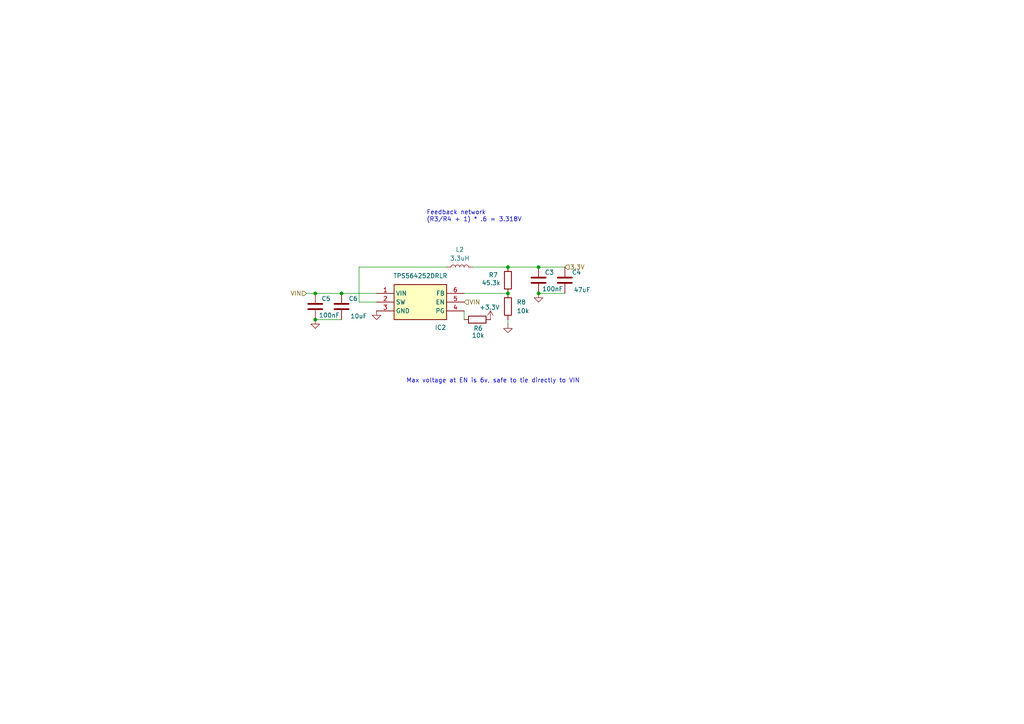
<source format=kicad_sch>
(kicad_sch (version 20250114) (generator "eeschema") (generator_version "9.0")
  (paper "A4")
  (lib_symbols
    (symbol "Device:C" (pin_numbers (hide yes)) (pin_names (offset 0.254))
      (property "Reference" "C" (at 0.635 2.54 0))
      (property "Value" "C" (at 0.635 -2.54 0))
      (symbol "C_0_1"
        (polyline (pts (xy -2.032 0.762) (xy 2.032 0.762)) (stroke (width 0.508)))
        (polyline (pts (xy -2.032 -0.762) (xy 2.032 -0.762)) (stroke (width 0.508)))
      )
      (symbol "C_1_1"
        (pin passive line (at 0 3.81 270) (length 2.794) (name "~") (number "1"))
        (pin passive line (at 0 -3.81 90) (length 2.794) (name "~") (number "2"))
      )
    )
    (symbol "Device:L" (pin_numbers (hide yes)) (pin_names (offset 1.016) (hide yes))
      (property "Reference" "L" (at -1.27 0 90))
      (property "Value" "L" (at 1.905 0 90))
      (symbol "L_0_1"
        (arc (start 0 2.54) (mid 0.6323 1.905) (end 0 1.27))
        (arc (start 0 1.27) (mid 0.6323 0.635) (end 0 0))
        (arc (start 0 0) (mid 0.6323 -0.635) (end 0 -1.27))
        (arc (start 0 -1.27) (mid 0.6323 -1.905) (end 0 -2.54))
      )
      (symbol "L_1_1"
        (pin passive line (at 0 3.81 270) (length 1.27) (name "1") (number "1"))
        (pin passive line (at 0 -3.81 90) (length 1.27) (name "2") (number "2"))
      )
    )
    (symbol "Device:R" (pin_numbers (hide yes)) (pin_names (offset 0))
      (property "Reference" "R" (at 2.032 0 90))
      (property "Value" "R" (at 0 0 90))
      (symbol "R_0_1"
        (rectangle (start -1.016 -2.54) (end 1.016 2.54) (stroke (width 0.254)))
      )
      (symbol "R_1_1"
        (pin passive line (at 0 3.81 270) (length 1.27) (name "~") (number "1"))
        (pin passive line (at 0 -3.81 90) (length 1.27) (name "~") (number "2"))
      )
    )
    (symbol "TPS564252DRLR:TPS564252DRLR"
      (property "Reference" "IC" (at 21.59 7.62 0))
      (property "Value" "TPS564252DRLR" (at 21.59 5.08 0))
      (symbol "TPS564252DRLR_1_1"
        (rectangle (start 5.08 2.54) (end 20.32 -7.62) (stroke (width 0.254)) (fill (type background)))
        (pin passive line (at 0 0 0) (length 5.08) (name "VIN") (number "1"))
        (pin passive line (at 0 -2.54 0) (length 5.08) (name "SW") (number "2"))
        (pin passive line (at 0 -5.08 0) (length 5.08) (name "GND") (number "3"))
        (pin passive line (at 25.4 0 180) (length 5.08) (name "FB") (number "6"))
        (pin passive line (at 25.4 -2.54 180) (length 5.08) (name "EN") (number "5"))
        (pin passive line (at 25.4 -5.08 180) (length 5.08) (name "PG") (number "4"))
      )
    )
    (symbol "power:+3.3V" (power) (pin_numbers (hide yes)) (pin_names (offset 0) (hide yes))
      (property "Value" "+3.3V" (at 0 3.556 0))
      (symbol "+3.3V_0_1"
        (polyline (pts (xy -0.762 1.27) (xy 0 2.54)))
        (polyline (pts (xy 0 2.54) (xy 0.762 1.27)))
        (polyline (pts (xy 0 0) (xy 0 2.54)))
      )
      (symbol "+3.3V_1_1"
        (pin power_in line (at 0 0 90) (length 0) (name "~") (number "1"))
      )
    )
    (symbol "power:GND" (power) (pin_numbers (hide yes)) (pin_names (offset 0) (hide yes))
      (property "Value" "GND" (at 0 -3.81 0))
      (symbol "GND_0_1"
        (polyline (pts (xy 0 0) (xy 0 -1.27) (xy 1.27 -1.27) (xy 0 -2.54) (xy -1.27 -1.27) (xy 0 -1.27)))
      )
      (symbol "GND_1_1"
        (pin power_in line (at 0 0 270) (length 0) (name "~") (number "1"))
      )
    )
  )
  (text "Feedback network \n(R3/R4 + 1) * .6 = 3.318V " (at 123.698 62.738 0) (effects (font (size 1.27 1.27)) (justify left)))
  (text "Max voltage at EN is 6v, safe to tie directly to VIN\n" (at 143.002 110.49 0) (effects (font (size 1.27 1.27))))
  (junction (at 156.21 85.09))
  (junction (at 91.44 92.71))
  (junction (at 156.21 77.47))
  (junction (at 99.06 85.09))
  (junction (at 91.44 85.09))
  (junction (at 147.32 85.09))
  (junction (at 147.32 77.47))
  (wire (pts (xy 156.21 77.47) (xy 163.83 77.47)))
  (wire (pts (xy 99.06 85.09) (xy 109.22 85.09)))
  (wire (pts (xy 134.62 85.09) (xy 147.32 85.09)))
  (wire (pts (xy 88.9 85.09) (xy 91.44 85.09)))
  (wire (pts (xy 137.16 77.47) (xy 147.32 77.47)))
  (wire (pts (xy 147.32 92.71) (xy 147.32 93.98)))
  (wire (pts (xy 91.44 85.09) (xy 99.06 85.09)))
  (wire (pts (xy 156.21 85.09) (xy 163.83 85.09)))
  (wire (pts (xy 91.44 92.71) (xy 99.06 92.71)))
  (wire (pts (xy 109.22 87.63) (xy 104.14 87.63)))
  (wire (pts (xy 134.62 92.71) (xy 134.62 90.17)))
  (wire (pts (xy 104.14 77.47) (xy 129.54 77.47)))
  (wire (pts (xy 147.32 77.47) (xy 156.21 77.47)))
  (wire (pts (xy 104.14 87.63) (xy 104.14 77.47)))
  (hierarchical_label "3.3V" (shape input) (at 163.83 77.47 0))
  (hierarchical_label "VIN" (shape input) (at 134.62 87.63 0))
  (hierarchical_label "VIN" (shape input) (at 88.9 85.09 180))
  (symbol (lib_id "power:GND") (at 109.22 90.17 0) (unit 1)
    (property "Reference" "#PWR017" (effects (hide yes)))
    (property "Value" "GND" (effects (hide yes)))
    (property "Description" "Power symbol creates a global label with name \"GND\" , ground" (effects (hide yes)))
  )
  (symbol (lib_id "power:GND") (at 156.21 85.09 0) (unit 1)
    (property "Reference" "#PWR020" (effects (hide yes)))
    (property "Value" "GND" (effects (hide yes)))
    (property "Description" "Power symbol creates a global label with name \"GND\" , ground" (effects (hide yes)))
  )
  (symbol (lib_id "Device:R") (at 147.32 81.28 0) (unit 1)
    (property "Reference" "R7" (at 141.732 79.756 0) (effects (justify left)))
    (property "Value" "45.3k" (at 139.7 82.042 0) (effects (justify left)))
    (property "Description" "Resistor" (effects (hide yes)))
  )
  (symbol (lib_id "Device:C") (at 163.83 81.28 0) (unit 1)
    (property "Reference" "C4" (at 165.862 78.994 0) (effects (justify left)))
    (property "Value" "47uF" (at 166.37 84.074 0) (effects (justify left)))
    (property "Description" "Unpolarized capacitor" (effects (hide yes)))
  )
  (symbol (lib_id "TPS564252DRLR:TPS564252DRLR") (at 109.22 85.09 0) (unit 1)
    (property "Reference" "IC2" (at 127.762 94.996 0))
    (property "Value" "TPS564252DRLR" (at 121.92 80.01 0))
    (property "Footprint" "SOT50P160X60-6N" (effects (hide yes)))
    (property "Datasheet" "https://www.ti.com/lit/ds/symlink/tps564255.pdf?ts=1704808051474&ref_url=https%253A%252F%252Fwww.mouser.in%252F" (effects (hide yes)))
    (property "Description" "Switching Voltage Regulators 3-V to 17-V input voltage, 4-A ECO mode, synchronous buck converter" (effects (hide yes)))
    (property "Height" "0.6" (effects (hide yes)))
    (property "Manufacturer_Name" "Texas Instruments" (effects (hide yes)))
    (property "Manufacturer_Part_Number" "TPS564252DRLR" (effects (hide yes)))
    (property "Mouser Part Number" "595-TPS564252DRLR" (effects (hide yes)))
    (property "Mouser Price/Stock" "https://www.mouser.co.uk/ProductDetail/Texas-Instruments/TPS564252DRLR?qs=ulEaXIWI0c9yWg3TExkH1g%3D%3D" (effects (hide yes)))
  )
  (symbol (lib_id "Device:R") (at 138.43 92.71 90) (unit 1)
    (property "Reference" "R6" (at 138.684 95.25 90))
    (property "Value" "10k" (at 138.684 97.282 90))
    (property "Description" "Resistor" (effects (hide yes)))
  )
  (symbol (lib_id "Device:L") (at 133.35 77.47 90) (unit 1)
    (property "Reference" "L2" (at 133.35 72.39 90))
    (property "Value" "3.3uH" (at 133.35 74.93 90))
    (property "Description" "Inductor" (effects (hide yes)))
  )
  (symbol (lib_id "Device:C") (at 99.06 88.9 0) (unit 1)
    (property "Reference" "C6" (at 101.092 86.614 0) (effects (justify left)))
    (property "Value" "10uF" (at 101.6 91.694 0) (effects (justify left)))
    (property "Description" "Unpolarized capacitor" (effects (hide yes)))
  )
  (symbol (lib_id "power:GND") (at 147.32 93.98 0) (unit 1)
    (property "Reference" "#PWR019" (effects (hide yes)))
    (property "Value" "GND" (effects (hide yes)))
    (property "Description" "Power symbol creates a global label with name \"GND\" , ground" (effects (hide yes)))
  )
  (symbol (lib_id "power:+3.3V") (at 142.24 92.71 0) (unit 1)
    (property "Reference" "#PWR018" (effects (hide yes)))
    (property "Value" "+3.3V" (at 141.986 89.154 0))
    (property "Description" "Power symbol creates a global label with name \"+3.3V\"" (effects (hide yes)))
  )
  (symbol (lib_id "Device:C") (at 91.44 88.9 0) (unit 1)
    (property "Reference" "C5" (at 93.218 86.614 0) (effects (justify left)))
    (property "Value" "100nF" (at 92.456 91.44 0) (effects (justify left)))
    (property "Description" "Unpolarized capacitor" (effects (hide yes)))
  )
  (symbol (lib_id "Device:C") (at 156.21 81.28 0) (unit 1)
    (property "Reference" "C3" (at 157.988 78.994 0) (effects (justify left)))
    (property "Value" "100nF" (at 157.226 83.82 0) (effects (justify left)))
    (property "Description" "Unpolarized capacitor" (effects (hide yes)))
  )
  (symbol (lib_id "power:GND") (at 91.44 92.71 0) (unit 1)
    (property "Reference" "#PWR021" (effects (hide yes)))
    (property "Value" "GND" (effects (hide yes)))
    (property "Description" "Power symbol creates a global label with name \"GND\" , ground" (effects (hide yes)))
  )
  (symbol (lib_id "Device:R") (at 147.32 88.9 0) (unit 1)
    (property "Reference" "R8" (at 149.86 87.6299 0) (effects (justify left)))
    (property "Value" "10k" (at 149.86 90.1699 0) (effects (justify left)))
    (property "Description" "Resistor" (effects (hide yes)))
  )
)
</source>
